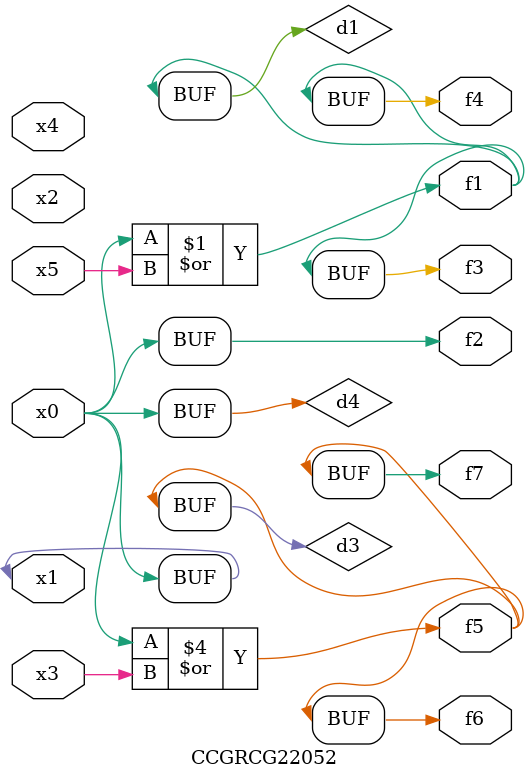
<source format=v>
module CCGRCG22052(
	input x0, x1, x2, x3, x4, x5,
	output f1, f2, f3, f4, f5, f6, f7
);

	wire d1, d2, d3, d4;

	or (d1, x0, x5);
	xnor (d2, x1, x4);
	or (d3, x0, x3);
	buf (d4, x0, x1);
	assign f1 = d1;
	assign f2 = d4;
	assign f3 = d1;
	assign f4 = d1;
	assign f5 = d3;
	assign f6 = d3;
	assign f7 = d3;
endmodule

</source>
